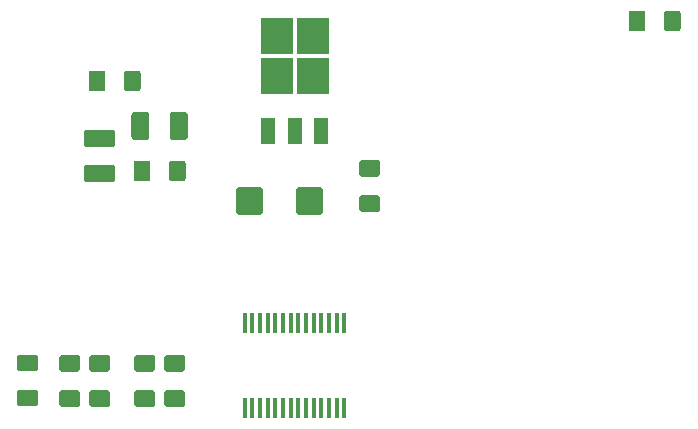
<source format=gbr>
G04 #@! TF.GenerationSoftware,KiCad,Pcbnew,5.1.5+dfsg1-2build2*
G04 #@! TF.CreationDate,2020-09-30T09:27:11+02:00*
G04 #@! TF.ProjectId,Adaptateur,41646170-7461-4746-9575-722e6b696361,rev?*
G04 #@! TF.SameCoordinates,Original*
G04 #@! TF.FileFunction,Paste,Top*
G04 #@! TF.FilePolarity,Positive*
%FSLAX46Y46*%
G04 Gerber Fmt 4.6, Leading zero omitted, Abs format (unit mm)*
G04 Created by KiCad (PCBNEW 5.1.5+dfsg1-2build2) date 2020-09-30 09:27:11*
%MOMM*%
%LPD*%
G04 APERTURE LIST*
%ADD10C,0.100000*%
%ADD11R,0.450000X1.750000*%
%ADD12R,1.200000X2.200000*%
%ADD13R,2.750000X3.050000*%
G04 APERTURE END LIST*
D10*
G36*
X121229504Y-73026204D02*
G01*
X121253773Y-73029804D01*
X121277571Y-73035765D01*
X121300671Y-73044030D01*
X121322849Y-73054520D01*
X121343893Y-73067133D01*
X121363598Y-73081747D01*
X121381777Y-73098223D01*
X121398253Y-73116402D01*
X121412867Y-73136107D01*
X121425480Y-73157151D01*
X121435970Y-73179329D01*
X121444235Y-73202429D01*
X121450196Y-73226227D01*
X121453796Y-73250496D01*
X121455000Y-73275000D01*
X121455000Y-74525000D01*
X121453796Y-74549504D01*
X121450196Y-74573773D01*
X121444235Y-74597571D01*
X121435970Y-74620671D01*
X121425480Y-74642849D01*
X121412867Y-74663893D01*
X121398253Y-74683598D01*
X121381777Y-74701777D01*
X121363598Y-74718253D01*
X121343893Y-74732867D01*
X121322849Y-74745480D01*
X121300671Y-74755970D01*
X121277571Y-74764235D01*
X121253773Y-74770196D01*
X121229504Y-74773796D01*
X121205000Y-74775000D01*
X120280000Y-74775000D01*
X120255496Y-74773796D01*
X120231227Y-74770196D01*
X120207429Y-74764235D01*
X120184329Y-74755970D01*
X120162151Y-74745480D01*
X120141107Y-74732867D01*
X120121402Y-74718253D01*
X120103223Y-74701777D01*
X120086747Y-74683598D01*
X120072133Y-74663893D01*
X120059520Y-74642849D01*
X120049030Y-74620671D01*
X120040765Y-74597571D01*
X120034804Y-74573773D01*
X120031204Y-74549504D01*
X120030000Y-74525000D01*
X120030000Y-73275000D01*
X120031204Y-73250496D01*
X120034804Y-73226227D01*
X120040765Y-73202429D01*
X120049030Y-73179329D01*
X120059520Y-73157151D01*
X120072133Y-73136107D01*
X120086747Y-73116402D01*
X120103223Y-73098223D01*
X120121402Y-73081747D01*
X120141107Y-73067133D01*
X120162151Y-73054520D01*
X120184329Y-73044030D01*
X120207429Y-73035765D01*
X120231227Y-73029804D01*
X120255496Y-73026204D01*
X120280000Y-73025000D01*
X121205000Y-73025000D01*
X121229504Y-73026204D01*
G37*
G36*
X124204504Y-73026204D02*
G01*
X124228773Y-73029804D01*
X124252571Y-73035765D01*
X124275671Y-73044030D01*
X124297849Y-73054520D01*
X124318893Y-73067133D01*
X124338598Y-73081747D01*
X124356777Y-73098223D01*
X124373253Y-73116402D01*
X124387867Y-73136107D01*
X124400480Y-73157151D01*
X124410970Y-73179329D01*
X124419235Y-73202429D01*
X124425196Y-73226227D01*
X124428796Y-73250496D01*
X124430000Y-73275000D01*
X124430000Y-74525000D01*
X124428796Y-74549504D01*
X124425196Y-74573773D01*
X124419235Y-74597571D01*
X124410970Y-74620671D01*
X124400480Y-74642849D01*
X124387867Y-74663893D01*
X124373253Y-74683598D01*
X124356777Y-74701777D01*
X124338598Y-74718253D01*
X124318893Y-74732867D01*
X124297849Y-74745480D01*
X124275671Y-74755970D01*
X124252571Y-74764235D01*
X124228773Y-74770196D01*
X124204504Y-74773796D01*
X124180000Y-74775000D01*
X123255000Y-74775000D01*
X123230496Y-74773796D01*
X123206227Y-74770196D01*
X123182429Y-74764235D01*
X123159329Y-74755970D01*
X123137151Y-74745480D01*
X123116107Y-74732867D01*
X123096402Y-74718253D01*
X123078223Y-74701777D01*
X123061747Y-74683598D01*
X123047133Y-74663893D01*
X123034520Y-74642849D01*
X123024030Y-74620671D01*
X123015765Y-74597571D01*
X123009804Y-74573773D01*
X123006204Y-74549504D01*
X123005000Y-74525000D01*
X123005000Y-73275000D01*
X123006204Y-73250496D01*
X123009804Y-73226227D01*
X123015765Y-73202429D01*
X123024030Y-73179329D01*
X123034520Y-73157151D01*
X123047133Y-73136107D01*
X123061747Y-73116402D01*
X123078223Y-73098223D01*
X123096402Y-73081747D01*
X123116107Y-73067133D01*
X123137151Y-73054520D01*
X123159329Y-73044030D01*
X123182429Y-73035765D01*
X123206227Y-73029804D01*
X123230496Y-73026204D01*
X123255000Y-73025000D01*
X124180000Y-73025000D01*
X124204504Y-73026204D01*
G37*
G36*
X98749504Y-85671204D02*
G01*
X98773773Y-85674804D01*
X98797571Y-85680765D01*
X98820671Y-85689030D01*
X98842849Y-85699520D01*
X98863893Y-85712133D01*
X98883598Y-85726747D01*
X98901777Y-85743223D01*
X98918253Y-85761402D01*
X98932867Y-85781107D01*
X98945480Y-85802151D01*
X98955970Y-85824329D01*
X98964235Y-85847429D01*
X98970196Y-85871227D01*
X98973796Y-85895496D01*
X98975000Y-85920000D01*
X98975000Y-86845000D01*
X98973796Y-86869504D01*
X98970196Y-86893773D01*
X98964235Y-86917571D01*
X98955970Y-86940671D01*
X98945480Y-86962849D01*
X98932867Y-86983893D01*
X98918253Y-87003598D01*
X98901777Y-87021777D01*
X98883598Y-87038253D01*
X98863893Y-87052867D01*
X98842849Y-87065480D01*
X98820671Y-87075970D01*
X98797571Y-87084235D01*
X98773773Y-87090196D01*
X98749504Y-87093796D01*
X98725000Y-87095000D01*
X97475000Y-87095000D01*
X97450496Y-87093796D01*
X97426227Y-87090196D01*
X97402429Y-87084235D01*
X97379329Y-87075970D01*
X97357151Y-87065480D01*
X97336107Y-87052867D01*
X97316402Y-87038253D01*
X97298223Y-87021777D01*
X97281747Y-87003598D01*
X97267133Y-86983893D01*
X97254520Y-86962849D01*
X97244030Y-86940671D01*
X97235765Y-86917571D01*
X97229804Y-86893773D01*
X97226204Y-86869504D01*
X97225000Y-86845000D01*
X97225000Y-85920000D01*
X97226204Y-85895496D01*
X97229804Y-85871227D01*
X97235765Y-85847429D01*
X97244030Y-85824329D01*
X97254520Y-85802151D01*
X97267133Y-85781107D01*
X97281747Y-85761402D01*
X97298223Y-85743223D01*
X97316402Y-85726747D01*
X97336107Y-85712133D01*
X97357151Y-85699520D01*
X97379329Y-85689030D01*
X97402429Y-85680765D01*
X97426227Y-85674804D01*
X97450496Y-85671204D01*
X97475000Y-85670000D01*
X98725000Y-85670000D01*
X98749504Y-85671204D01*
G37*
G36*
X98749504Y-88646204D02*
G01*
X98773773Y-88649804D01*
X98797571Y-88655765D01*
X98820671Y-88664030D01*
X98842849Y-88674520D01*
X98863893Y-88687133D01*
X98883598Y-88701747D01*
X98901777Y-88718223D01*
X98918253Y-88736402D01*
X98932867Y-88756107D01*
X98945480Y-88777151D01*
X98955970Y-88799329D01*
X98964235Y-88822429D01*
X98970196Y-88846227D01*
X98973796Y-88870496D01*
X98975000Y-88895000D01*
X98975000Y-89820000D01*
X98973796Y-89844504D01*
X98970196Y-89868773D01*
X98964235Y-89892571D01*
X98955970Y-89915671D01*
X98945480Y-89937849D01*
X98932867Y-89958893D01*
X98918253Y-89978598D01*
X98901777Y-89996777D01*
X98883598Y-90013253D01*
X98863893Y-90027867D01*
X98842849Y-90040480D01*
X98820671Y-90050970D01*
X98797571Y-90059235D01*
X98773773Y-90065196D01*
X98749504Y-90068796D01*
X98725000Y-90070000D01*
X97475000Y-90070000D01*
X97450496Y-90068796D01*
X97426227Y-90065196D01*
X97402429Y-90059235D01*
X97379329Y-90050970D01*
X97357151Y-90040480D01*
X97336107Y-90027867D01*
X97316402Y-90013253D01*
X97298223Y-89996777D01*
X97281747Y-89978598D01*
X97267133Y-89958893D01*
X97254520Y-89937849D01*
X97244030Y-89915671D01*
X97235765Y-89892571D01*
X97229804Y-89868773D01*
X97226204Y-89844504D01*
X97225000Y-89820000D01*
X97225000Y-88895000D01*
X97226204Y-88870496D01*
X97229804Y-88846227D01*
X97235765Y-88822429D01*
X97244030Y-88799329D01*
X97254520Y-88777151D01*
X97267133Y-88756107D01*
X97281747Y-88736402D01*
X97298223Y-88718223D01*
X97316402Y-88701747D01*
X97336107Y-88687133D01*
X97357151Y-88674520D01*
X97379329Y-88664030D01*
X97402429Y-88655765D01*
X97426227Y-88649804D01*
X97450496Y-88646204D01*
X97475000Y-88645000D01*
X98725000Y-88645000D01*
X98749504Y-88646204D01*
G37*
G36*
X82469504Y-81616204D02*
G01*
X82493773Y-81619804D01*
X82517571Y-81625765D01*
X82540671Y-81634030D01*
X82562849Y-81644520D01*
X82583893Y-81657133D01*
X82603598Y-81671747D01*
X82621777Y-81688223D01*
X82638253Y-81706402D01*
X82652867Y-81726107D01*
X82665480Y-81747151D01*
X82675970Y-81769329D01*
X82684235Y-81792429D01*
X82690196Y-81816227D01*
X82693796Y-81840496D01*
X82695000Y-81865000D01*
X82695000Y-83715000D01*
X82693796Y-83739504D01*
X82690196Y-83763773D01*
X82684235Y-83787571D01*
X82675970Y-83810671D01*
X82665480Y-83832849D01*
X82652867Y-83853893D01*
X82638253Y-83873598D01*
X82621777Y-83891777D01*
X82603598Y-83908253D01*
X82583893Y-83922867D01*
X82562849Y-83935480D01*
X82540671Y-83945970D01*
X82517571Y-83954235D01*
X82493773Y-83960196D01*
X82469504Y-83963796D01*
X82445000Y-83965000D01*
X81445000Y-83965000D01*
X81420496Y-83963796D01*
X81396227Y-83960196D01*
X81372429Y-83954235D01*
X81349329Y-83945970D01*
X81327151Y-83935480D01*
X81306107Y-83922867D01*
X81286402Y-83908253D01*
X81268223Y-83891777D01*
X81251747Y-83873598D01*
X81237133Y-83853893D01*
X81224520Y-83832849D01*
X81214030Y-83810671D01*
X81205765Y-83787571D01*
X81199804Y-83763773D01*
X81196204Y-83739504D01*
X81195000Y-83715000D01*
X81195000Y-81865000D01*
X81196204Y-81840496D01*
X81199804Y-81816227D01*
X81205765Y-81792429D01*
X81214030Y-81769329D01*
X81224520Y-81747151D01*
X81237133Y-81726107D01*
X81251747Y-81706402D01*
X81268223Y-81688223D01*
X81286402Y-81671747D01*
X81306107Y-81657133D01*
X81327151Y-81644520D01*
X81349329Y-81634030D01*
X81372429Y-81625765D01*
X81396227Y-81619804D01*
X81420496Y-81616204D01*
X81445000Y-81615000D01*
X82445000Y-81615000D01*
X82469504Y-81616204D01*
G37*
G36*
X79219504Y-81616204D02*
G01*
X79243773Y-81619804D01*
X79267571Y-81625765D01*
X79290671Y-81634030D01*
X79312849Y-81644520D01*
X79333893Y-81657133D01*
X79353598Y-81671747D01*
X79371777Y-81688223D01*
X79388253Y-81706402D01*
X79402867Y-81726107D01*
X79415480Y-81747151D01*
X79425970Y-81769329D01*
X79434235Y-81792429D01*
X79440196Y-81816227D01*
X79443796Y-81840496D01*
X79445000Y-81865000D01*
X79445000Y-83715000D01*
X79443796Y-83739504D01*
X79440196Y-83763773D01*
X79434235Y-83787571D01*
X79425970Y-83810671D01*
X79415480Y-83832849D01*
X79402867Y-83853893D01*
X79388253Y-83873598D01*
X79371777Y-83891777D01*
X79353598Y-83908253D01*
X79333893Y-83922867D01*
X79312849Y-83935480D01*
X79290671Y-83945970D01*
X79267571Y-83954235D01*
X79243773Y-83960196D01*
X79219504Y-83963796D01*
X79195000Y-83965000D01*
X78195000Y-83965000D01*
X78170496Y-83963796D01*
X78146227Y-83960196D01*
X78122429Y-83954235D01*
X78099329Y-83945970D01*
X78077151Y-83935480D01*
X78056107Y-83922867D01*
X78036402Y-83908253D01*
X78018223Y-83891777D01*
X78001747Y-83873598D01*
X77987133Y-83853893D01*
X77974520Y-83832849D01*
X77964030Y-83810671D01*
X77955765Y-83787571D01*
X77949804Y-83763773D01*
X77946204Y-83739504D01*
X77945000Y-83715000D01*
X77945000Y-81865000D01*
X77946204Y-81840496D01*
X77949804Y-81816227D01*
X77955765Y-81792429D01*
X77964030Y-81769329D01*
X77974520Y-81747151D01*
X77987133Y-81726107D01*
X78001747Y-81706402D01*
X78018223Y-81688223D01*
X78036402Y-81671747D01*
X78056107Y-81657133D01*
X78077151Y-81644520D01*
X78099329Y-81634030D01*
X78122429Y-81625765D01*
X78146227Y-81619804D01*
X78170496Y-81616204D01*
X78195000Y-81615000D01*
X79195000Y-81615000D01*
X79219504Y-81616204D01*
G37*
G36*
X78484504Y-78106204D02*
G01*
X78508773Y-78109804D01*
X78532571Y-78115765D01*
X78555671Y-78124030D01*
X78577849Y-78134520D01*
X78598893Y-78147133D01*
X78618598Y-78161747D01*
X78636777Y-78178223D01*
X78653253Y-78196402D01*
X78667867Y-78216107D01*
X78680480Y-78237151D01*
X78690970Y-78259329D01*
X78699235Y-78282429D01*
X78705196Y-78306227D01*
X78708796Y-78330496D01*
X78710000Y-78355000D01*
X78710000Y-79605000D01*
X78708796Y-79629504D01*
X78705196Y-79653773D01*
X78699235Y-79677571D01*
X78690970Y-79700671D01*
X78680480Y-79722849D01*
X78667867Y-79743893D01*
X78653253Y-79763598D01*
X78636777Y-79781777D01*
X78618598Y-79798253D01*
X78598893Y-79812867D01*
X78577849Y-79825480D01*
X78555671Y-79835970D01*
X78532571Y-79844235D01*
X78508773Y-79850196D01*
X78484504Y-79853796D01*
X78460000Y-79855000D01*
X77535000Y-79855000D01*
X77510496Y-79853796D01*
X77486227Y-79850196D01*
X77462429Y-79844235D01*
X77439329Y-79835970D01*
X77417151Y-79825480D01*
X77396107Y-79812867D01*
X77376402Y-79798253D01*
X77358223Y-79781777D01*
X77341747Y-79763598D01*
X77327133Y-79743893D01*
X77314520Y-79722849D01*
X77304030Y-79700671D01*
X77295765Y-79677571D01*
X77289804Y-79653773D01*
X77286204Y-79629504D01*
X77285000Y-79605000D01*
X77285000Y-78355000D01*
X77286204Y-78330496D01*
X77289804Y-78306227D01*
X77295765Y-78282429D01*
X77304030Y-78259329D01*
X77314520Y-78237151D01*
X77327133Y-78216107D01*
X77341747Y-78196402D01*
X77358223Y-78178223D01*
X77376402Y-78161747D01*
X77396107Y-78147133D01*
X77417151Y-78134520D01*
X77439329Y-78124030D01*
X77462429Y-78115765D01*
X77486227Y-78109804D01*
X77510496Y-78106204D01*
X77535000Y-78105000D01*
X78460000Y-78105000D01*
X78484504Y-78106204D01*
G37*
G36*
X75509504Y-78106204D02*
G01*
X75533773Y-78109804D01*
X75557571Y-78115765D01*
X75580671Y-78124030D01*
X75602849Y-78134520D01*
X75623893Y-78147133D01*
X75643598Y-78161747D01*
X75661777Y-78178223D01*
X75678253Y-78196402D01*
X75692867Y-78216107D01*
X75705480Y-78237151D01*
X75715970Y-78259329D01*
X75724235Y-78282429D01*
X75730196Y-78306227D01*
X75733796Y-78330496D01*
X75735000Y-78355000D01*
X75735000Y-79605000D01*
X75733796Y-79629504D01*
X75730196Y-79653773D01*
X75724235Y-79677571D01*
X75715970Y-79700671D01*
X75705480Y-79722849D01*
X75692867Y-79743893D01*
X75678253Y-79763598D01*
X75661777Y-79781777D01*
X75643598Y-79798253D01*
X75623893Y-79812867D01*
X75602849Y-79825480D01*
X75580671Y-79835970D01*
X75557571Y-79844235D01*
X75533773Y-79850196D01*
X75509504Y-79853796D01*
X75485000Y-79855000D01*
X74560000Y-79855000D01*
X74535496Y-79853796D01*
X74511227Y-79850196D01*
X74487429Y-79844235D01*
X74464329Y-79835970D01*
X74442151Y-79825480D01*
X74421107Y-79812867D01*
X74401402Y-79798253D01*
X74383223Y-79781777D01*
X74366747Y-79763598D01*
X74352133Y-79743893D01*
X74339520Y-79722849D01*
X74329030Y-79700671D01*
X74320765Y-79677571D01*
X74314804Y-79653773D01*
X74311204Y-79629504D01*
X74310000Y-79605000D01*
X74310000Y-78355000D01*
X74311204Y-78330496D01*
X74314804Y-78306227D01*
X74320765Y-78282429D01*
X74329030Y-78259329D01*
X74339520Y-78237151D01*
X74352133Y-78216107D01*
X74366747Y-78196402D01*
X74383223Y-78178223D01*
X74401402Y-78161747D01*
X74421107Y-78147133D01*
X74442151Y-78134520D01*
X74464329Y-78124030D01*
X74487429Y-78115765D01*
X74511227Y-78109804D01*
X74535496Y-78106204D01*
X74560000Y-78105000D01*
X75485000Y-78105000D01*
X75509504Y-78106204D01*
G37*
G36*
X82294504Y-85726204D02*
G01*
X82318773Y-85729804D01*
X82342571Y-85735765D01*
X82365671Y-85744030D01*
X82387849Y-85754520D01*
X82408893Y-85767133D01*
X82428598Y-85781747D01*
X82446777Y-85798223D01*
X82463253Y-85816402D01*
X82477867Y-85836107D01*
X82490480Y-85857151D01*
X82500970Y-85879329D01*
X82509235Y-85902429D01*
X82515196Y-85926227D01*
X82518796Y-85950496D01*
X82520000Y-85975000D01*
X82520000Y-87225000D01*
X82518796Y-87249504D01*
X82515196Y-87273773D01*
X82509235Y-87297571D01*
X82500970Y-87320671D01*
X82490480Y-87342849D01*
X82477867Y-87363893D01*
X82463253Y-87383598D01*
X82446777Y-87401777D01*
X82428598Y-87418253D01*
X82408893Y-87432867D01*
X82387849Y-87445480D01*
X82365671Y-87455970D01*
X82342571Y-87464235D01*
X82318773Y-87470196D01*
X82294504Y-87473796D01*
X82270000Y-87475000D01*
X81345000Y-87475000D01*
X81320496Y-87473796D01*
X81296227Y-87470196D01*
X81272429Y-87464235D01*
X81249329Y-87455970D01*
X81227151Y-87445480D01*
X81206107Y-87432867D01*
X81186402Y-87418253D01*
X81168223Y-87401777D01*
X81151747Y-87383598D01*
X81137133Y-87363893D01*
X81124520Y-87342849D01*
X81114030Y-87320671D01*
X81105765Y-87297571D01*
X81099804Y-87273773D01*
X81096204Y-87249504D01*
X81095000Y-87225000D01*
X81095000Y-85975000D01*
X81096204Y-85950496D01*
X81099804Y-85926227D01*
X81105765Y-85902429D01*
X81114030Y-85879329D01*
X81124520Y-85857151D01*
X81137133Y-85836107D01*
X81151747Y-85816402D01*
X81168223Y-85798223D01*
X81186402Y-85781747D01*
X81206107Y-85767133D01*
X81227151Y-85754520D01*
X81249329Y-85744030D01*
X81272429Y-85735765D01*
X81296227Y-85729804D01*
X81320496Y-85726204D01*
X81345000Y-85725000D01*
X82270000Y-85725000D01*
X82294504Y-85726204D01*
G37*
G36*
X79319504Y-85726204D02*
G01*
X79343773Y-85729804D01*
X79367571Y-85735765D01*
X79390671Y-85744030D01*
X79412849Y-85754520D01*
X79433893Y-85767133D01*
X79453598Y-85781747D01*
X79471777Y-85798223D01*
X79488253Y-85816402D01*
X79502867Y-85836107D01*
X79515480Y-85857151D01*
X79525970Y-85879329D01*
X79534235Y-85902429D01*
X79540196Y-85926227D01*
X79543796Y-85950496D01*
X79545000Y-85975000D01*
X79545000Y-87225000D01*
X79543796Y-87249504D01*
X79540196Y-87273773D01*
X79534235Y-87297571D01*
X79525970Y-87320671D01*
X79515480Y-87342849D01*
X79502867Y-87363893D01*
X79488253Y-87383598D01*
X79471777Y-87401777D01*
X79453598Y-87418253D01*
X79433893Y-87432867D01*
X79412849Y-87445480D01*
X79390671Y-87455970D01*
X79367571Y-87464235D01*
X79343773Y-87470196D01*
X79319504Y-87473796D01*
X79295000Y-87475000D01*
X78370000Y-87475000D01*
X78345496Y-87473796D01*
X78321227Y-87470196D01*
X78297429Y-87464235D01*
X78274329Y-87455970D01*
X78252151Y-87445480D01*
X78231107Y-87432867D01*
X78211402Y-87418253D01*
X78193223Y-87401777D01*
X78176747Y-87383598D01*
X78162133Y-87363893D01*
X78149520Y-87342849D01*
X78139030Y-87320671D01*
X78130765Y-87297571D01*
X78124804Y-87273773D01*
X78121204Y-87249504D01*
X78120000Y-87225000D01*
X78120000Y-85975000D01*
X78121204Y-85950496D01*
X78124804Y-85926227D01*
X78130765Y-85902429D01*
X78139030Y-85879329D01*
X78149520Y-85857151D01*
X78162133Y-85836107D01*
X78176747Y-85816402D01*
X78193223Y-85798223D01*
X78211402Y-85781747D01*
X78231107Y-85767133D01*
X78252151Y-85754520D01*
X78274329Y-85744030D01*
X78297429Y-85735765D01*
X78321227Y-85729804D01*
X78345496Y-85726204D01*
X78370000Y-85725000D01*
X79295000Y-85725000D01*
X79319504Y-85726204D01*
G37*
D11*
X87525000Y-106710000D03*
X88175000Y-106710000D03*
X88825000Y-106710000D03*
X89475000Y-106710000D03*
X90125000Y-106710000D03*
X90775000Y-106710000D03*
X91425000Y-106710000D03*
X92075000Y-106710000D03*
X92725000Y-106710000D03*
X93375000Y-106710000D03*
X94025000Y-106710000D03*
X94675000Y-106710000D03*
X95325000Y-106710000D03*
X95975000Y-106710000D03*
X95975000Y-99510000D03*
X95325000Y-99510000D03*
X94675000Y-99510000D03*
X94025000Y-99510000D03*
X93375000Y-99510000D03*
X92725000Y-99510000D03*
X92075000Y-99510000D03*
X91425000Y-99510000D03*
X90775000Y-99510000D03*
X90125000Y-99510000D03*
X89475000Y-99510000D03*
X88825000Y-99510000D03*
X88175000Y-99510000D03*
X87525000Y-99510000D03*
D10*
G36*
X93929505Y-87966204D02*
G01*
X93953773Y-87969804D01*
X93977572Y-87975765D01*
X94000671Y-87984030D01*
X94022850Y-87994520D01*
X94043893Y-88007132D01*
X94063599Y-88021747D01*
X94081777Y-88038223D01*
X94098253Y-88056401D01*
X94112868Y-88076107D01*
X94125480Y-88097150D01*
X94135970Y-88119329D01*
X94144235Y-88142428D01*
X94150196Y-88166227D01*
X94153796Y-88190495D01*
X94155000Y-88214999D01*
X94155000Y-90065001D01*
X94153796Y-90089505D01*
X94150196Y-90113773D01*
X94144235Y-90137572D01*
X94135970Y-90160671D01*
X94125480Y-90182850D01*
X94112868Y-90203893D01*
X94098253Y-90223599D01*
X94081777Y-90241777D01*
X94063599Y-90258253D01*
X94043893Y-90272868D01*
X94022850Y-90285480D01*
X94000671Y-90295970D01*
X93977572Y-90304235D01*
X93953773Y-90310196D01*
X93929505Y-90313796D01*
X93905001Y-90315000D01*
X92154999Y-90315000D01*
X92130495Y-90313796D01*
X92106227Y-90310196D01*
X92082428Y-90304235D01*
X92059329Y-90295970D01*
X92037150Y-90285480D01*
X92016107Y-90272868D01*
X91996401Y-90258253D01*
X91978223Y-90241777D01*
X91961747Y-90223599D01*
X91947132Y-90203893D01*
X91934520Y-90182850D01*
X91924030Y-90160671D01*
X91915765Y-90137572D01*
X91909804Y-90113773D01*
X91906204Y-90089505D01*
X91905000Y-90065001D01*
X91905000Y-88214999D01*
X91906204Y-88190495D01*
X91909804Y-88166227D01*
X91915765Y-88142428D01*
X91924030Y-88119329D01*
X91934520Y-88097150D01*
X91947132Y-88076107D01*
X91961747Y-88056401D01*
X91978223Y-88038223D01*
X91996401Y-88021747D01*
X92016107Y-88007132D01*
X92037150Y-87994520D01*
X92059329Y-87984030D01*
X92082428Y-87975765D01*
X92106227Y-87969804D01*
X92130495Y-87966204D01*
X92154999Y-87965000D01*
X93905001Y-87965000D01*
X93929505Y-87966204D01*
G37*
G36*
X88829505Y-87966204D02*
G01*
X88853773Y-87969804D01*
X88877572Y-87975765D01*
X88900671Y-87984030D01*
X88922850Y-87994520D01*
X88943893Y-88007132D01*
X88963599Y-88021747D01*
X88981777Y-88038223D01*
X88998253Y-88056401D01*
X89012868Y-88076107D01*
X89025480Y-88097150D01*
X89035970Y-88119329D01*
X89044235Y-88142428D01*
X89050196Y-88166227D01*
X89053796Y-88190495D01*
X89055000Y-88214999D01*
X89055000Y-90065001D01*
X89053796Y-90089505D01*
X89050196Y-90113773D01*
X89044235Y-90137572D01*
X89035970Y-90160671D01*
X89025480Y-90182850D01*
X89012868Y-90203893D01*
X88998253Y-90223599D01*
X88981777Y-90241777D01*
X88963599Y-90258253D01*
X88943893Y-90272868D01*
X88922850Y-90285480D01*
X88900671Y-90295970D01*
X88877572Y-90304235D01*
X88853773Y-90310196D01*
X88829505Y-90313796D01*
X88805001Y-90315000D01*
X87054999Y-90315000D01*
X87030495Y-90313796D01*
X87006227Y-90310196D01*
X86982428Y-90304235D01*
X86959329Y-90295970D01*
X86937150Y-90285480D01*
X86916107Y-90272868D01*
X86896401Y-90258253D01*
X86878223Y-90241777D01*
X86861747Y-90223599D01*
X86847132Y-90203893D01*
X86834520Y-90182850D01*
X86824030Y-90160671D01*
X86815765Y-90137572D01*
X86809804Y-90113773D01*
X86806204Y-90089505D01*
X86805000Y-90065001D01*
X86805000Y-88214999D01*
X86806204Y-88190495D01*
X86809804Y-88166227D01*
X86815765Y-88142428D01*
X86824030Y-88119329D01*
X86834520Y-88097150D01*
X86847132Y-88076107D01*
X86861747Y-88056401D01*
X86878223Y-88038223D01*
X86896401Y-88021747D01*
X86916107Y-88007132D01*
X86937150Y-87994520D01*
X86959329Y-87984030D01*
X86982428Y-87975765D01*
X87006227Y-87969804D01*
X87030495Y-87966204D01*
X87054999Y-87965000D01*
X88805001Y-87965000D01*
X88829505Y-87966204D01*
G37*
G36*
X73349504Y-102181204D02*
G01*
X73373773Y-102184804D01*
X73397571Y-102190765D01*
X73420671Y-102199030D01*
X73442849Y-102209520D01*
X73463893Y-102222133D01*
X73483598Y-102236747D01*
X73501777Y-102253223D01*
X73518253Y-102271402D01*
X73532867Y-102291107D01*
X73545480Y-102312151D01*
X73555970Y-102334329D01*
X73564235Y-102357429D01*
X73570196Y-102381227D01*
X73573796Y-102405496D01*
X73575000Y-102430000D01*
X73575000Y-103355000D01*
X73573796Y-103379504D01*
X73570196Y-103403773D01*
X73564235Y-103427571D01*
X73555970Y-103450671D01*
X73545480Y-103472849D01*
X73532867Y-103493893D01*
X73518253Y-103513598D01*
X73501777Y-103531777D01*
X73483598Y-103548253D01*
X73463893Y-103562867D01*
X73442849Y-103575480D01*
X73420671Y-103585970D01*
X73397571Y-103594235D01*
X73373773Y-103600196D01*
X73349504Y-103603796D01*
X73325000Y-103605000D01*
X72075000Y-103605000D01*
X72050496Y-103603796D01*
X72026227Y-103600196D01*
X72002429Y-103594235D01*
X71979329Y-103585970D01*
X71957151Y-103575480D01*
X71936107Y-103562867D01*
X71916402Y-103548253D01*
X71898223Y-103531777D01*
X71881747Y-103513598D01*
X71867133Y-103493893D01*
X71854520Y-103472849D01*
X71844030Y-103450671D01*
X71835765Y-103427571D01*
X71829804Y-103403773D01*
X71826204Y-103379504D01*
X71825000Y-103355000D01*
X71825000Y-102430000D01*
X71826204Y-102405496D01*
X71829804Y-102381227D01*
X71835765Y-102357429D01*
X71844030Y-102334329D01*
X71854520Y-102312151D01*
X71867133Y-102291107D01*
X71881747Y-102271402D01*
X71898223Y-102253223D01*
X71916402Y-102236747D01*
X71936107Y-102222133D01*
X71957151Y-102209520D01*
X71979329Y-102199030D01*
X72002429Y-102190765D01*
X72026227Y-102184804D01*
X72050496Y-102181204D01*
X72075000Y-102180000D01*
X73325000Y-102180000D01*
X73349504Y-102181204D01*
G37*
G36*
X73349504Y-105156204D02*
G01*
X73373773Y-105159804D01*
X73397571Y-105165765D01*
X73420671Y-105174030D01*
X73442849Y-105184520D01*
X73463893Y-105197133D01*
X73483598Y-105211747D01*
X73501777Y-105228223D01*
X73518253Y-105246402D01*
X73532867Y-105266107D01*
X73545480Y-105287151D01*
X73555970Y-105309329D01*
X73564235Y-105332429D01*
X73570196Y-105356227D01*
X73573796Y-105380496D01*
X73575000Y-105405000D01*
X73575000Y-106330000D01*
X73573796Y-106354504D01*
X73570196Y-106378773D01*
X73564235Y-106402571D01*
X73555970Y-106425671D01*
X73545480Y-106447849D01*
X73532867Y-106468893D01*
X73518253Y-106488598D01*
X73501777Y-106506777D01*
X73483598Y-106523253D01*
X73463893Y-106537867D01*
X73442849Y-106550480D01*
X73420671Y-106560970D01*
X73397571Y-106569235D01*
X73373773Y-106575196D01*
X73349504Y-106578796D01*
X73325000Y-106580000D01*
X72075000Y-106580000D01*
X72050496Y-106578796D01*
X72026227Y-106575196D01*
X72002429Y-106569235D01*
X71979329Y-106560970D01*
X71957151Y-106550480D01*
X71936107Y-106537867D01*
X71916402Y-106523253D01*
X71898223Y-106506777D01*
X71881747Y-106488598D01*
X71867133Y-106468893D01*
X71854520Y-106447849D01*
X71844030Y-106425671D01*
X71835765Y-106402571D01*
X71829804Y-106378773D01*
X71826204Y-106354504D01*
X71825000Y-106330000D01*
X71825000Y-105405000D01*
X71826204Y-105380496D01*
X71829804Y-105356227D01*
X71835765Y-105332429D01*
X71844030Y-105309329D01*
X71854520Y-105287151D01*
X71867133Y-105266107D01*
X71881747Y-105246402D01*
X71898223Y-105228223D01*
X71916402Y-105211747D01*
X71936107Y-105197133D01*
X71957151Y-105184520D01*
X71979329Y-105174030D01*
X72002429Y-105165765D01*
X72026227Y-105159804D01*
X72050496Y-105156204D01*
X72075000Y-105155000D01*
X73325000Y-105155000D01*
X73349504Y-105156204D01*
G37*
G36*
X79699504Y-105156204D02*
G01*
X79723773Y-105159804D01*
X79747571Y-105165765D01*
X79770671Y-105174030D01*
X79792849Y-105184520D01*
X79813893Y-105197133D01*
X79833598Y-105211747D01*
X79851777Y-105228223D01*
X79868253Y-105246402D01*
X79882867Y-105266107D01*
X79895480Y-105287151D01*
X79905970Y-105309329D01*
X79914235Y-105332429D01*
X79920196Y-105356227D01*
X79923796Y-105380496D01*
X79925000Y-105405000D01*
X79925000Y-106330000D01*
X79923796Y-106354504D01*
X79920196Y-106378773D01*
X79914235Y-106402571D01*
X79905970Y-106425671D01*
X79895480Y-106447849D01*
X79882867Y-106468893D01*
X79868253Y-106488598D01*
X79851777Y-106506777D01*
X79833598Y-106523253D01*
X79813893Y-106537867D01*
X79792849Y-106550480D01*
X79770671Y-106560970D01*
X79747571Y-106569235D01*
X79723773Y-106575196D01*
X79699504Y-106578796D01*
X79675000Y-106580000D01*
X78425000Y-106580000D01*
X78400496Y-106578796D01*
X78376227Y-106575196D01*
X78352429Y-106569235D01*
X78329329Y-106560970D01*
X78307151Y-106550480D01*
X78286107Y-106537867D01*
X78266402Y-106523253D01*
X78248223Y-106506777D01*
X78231747Y-106488598D01*
X78217133Y-106468893D01*
X78204520Y-106447849D01*
X78194030Y-106425671D01*
X78185765Y-106402571D01*
X78179804Y-106378773D01*
X78176204Y-106354504D01*
X78175000Y-106330000D01*
X78175000Y-105405000D01*
X78176204Y-105380496D01*
X78179804Y-105356227D01*
X78185765Y-105332429D01*
X78194030Y-105309329D01*
X78204520Y-105287151D01*
X78217133Y-105266107D01*
X78231747Y-105246402D01*
X78248223Y-105228223D01*
X78266402Y-105211747D01*
X78286107Y-105197133D01*
X78307151Y-105184520D01*
X78329329Y-105174030D01*
X78352429Y-105165765D01*
X78376227Y-105159804D01*
X78400496Y-105156204D01*
X78425000Y-105155000D01*
X79675000Y-105155000D01*
X79699504Y-105156204D01*
G37*
G36*
X79699504Y-102181204D02*
G01*
X79723773Y-102184804D01*
X79747571Y-102190765D01*
X79770671Y-102199030D01*
X79792849Y-102209520D01*
X79813893Y-102222133D01*
X79833598Y-102236747D01*
X79851777Y-102253223D01*
X79868253Y-102271402D01*
X79882867Y-102291107D01*
X79895480Y-102312151D01*
X79905970Y-102334329D01*
X79914235Y-102357429D01*
X79920196Y-102381227D01*
X79923796Y-102405496D01*
X79925000Y-102430000D01*
X79925000Y-103355000D01*
X79923796Y-103379504D01*
X79920196Y-103403773D01*
X79914235Y-103427571D01*
X79905970Y-103450671D01*
X79895480Y-103472849D01*
X79882867Y-103493893D01*
X79868253Y-103513598D01*
X79851777Y-103531777D01*
X79833598Y-103548253D01*
X79813893Y-103562867D01*
X79792849Y-103575480D01*
X79770671Y-103585970D01*
X79747571Y-103594235D01*
X79723773Y-103600196D01*
X79699504Y-103603796D01*
X79675000Y-103605000D01*
X78425000Y-103605000D01*
X78400496Y-103603796D01*
X78376227Y-103600196D01*
X78352429Y-103594235D01*
X78329329Y-103585970D01*
X78307151Y-103575480D01*
X78286107Y-103562867D01*
X78266402Y-103548253D01*
X78248223Y-103531777D01*
X78231747Y-103513598D01*
X78217133Y-103493893D01*
X78204520Y-103472849D01*
X78194030Y-103450671D01*
X78185765Y-103427571D01*
X78179804Y-103403773D01*
X78176204Y-103379504D01*
X78175000Y-103355000D01*
X78175000Y-102430000D01*
X78176204Y-102405496D01*
X78179804Y-102381227D01*
X78185765Y-102357429D01*
X78194030Y-102334329D01*
X78204520Y-102312151D01*
X78217133Y-102291107D01*
X78231747Y-102271402D01*
X78248223Y-102253223D01*
X78266402Y-102236747D01*
X78286107Y-102222133D01*
X78307151Y-102209520D01*
X78329329Y-102199030D01*
X78352429Y-102190765D01*
X78376227Y-102184804D01*
X78400496Y-102181204D01*
X78425000Y-102180000D01*
X79675000Y-102180000D01*
X79699504Y-102181204D01*
G37*
G36*
X76339504Y-83131204D02*
G01*
X76363773Y-83134804D01*
X76387571Y-83140765D01*
X76410671Y-83149030D01*
X76432849Y-83159520D01*
X76453893Y-83172133D01*
X76473598Y-83186747D01*
X76491777Y-83203223D01*
X76508253Y-83221402D01*
X76522867Y-83241107D01*
X76535480Y-83262151D01*
X76545970Y-83284329D01*
X76554235Y-83307429D01*
X76560196Y-83331227D01*
X76563796Y-83355496D01*
X76565000Y-83380000D01*
X76565000Y-84305000D01*
X76563796Y-84329504D01*
X76560196Y-84353773D01*
X76554235Y-84377571D01*
X76545970Y-84400671D01*
X76535480Y-84422849D01*
X76522867Y-84443893D01*
X76508253Y-84463598D01*
X76491777Y-84481777D01*
X76473598Y-84498253D01*
X76453893Y-84512867D01*
X76432849Y-84525480D01*
X76410671Y-84535970D01*
X76387571Y-84544235D01*
X76363773Y-84550196D01*
X76339504Y-84553796D01*
X76315000Y-84555000D01*
X74165000Y-84555000D01*
X74140496Y-84553796D01*
X74116227Y-84550196D01*
X74092429Y-84544235D01*
X74069329Y-84535970D01*
X74047151Y-84525480D01*
X74026107Y-84512867D01*
X74006402Y-84498253D01*
X73988223Y-84481777D01*
X73971747Y-84463598D01*
X73957133Y-84443893D01*
X73944520Y-84422849D01*
X73934030Y-84400671D01*
X73925765Y-84377571D01*
X73919804Y-84353773D01*
X73916204Y-84329504D01*
X73915000Y-84305000D01*
X73915000Y-83380000D01*
X73916204Y-83355496D01*
X73919804Y-83331227D01*
X73925765Y-83307429D01*
X73934030Y-83284329D01*
X73944520Y-83262151D01*
X73957133Y-83241107D01*
X73971747Y-83221402D01*
X73988223Y-83203223D01*
X74006402Y-83186747D01*
X74026107Y-83172133D01*
X74047151Y-83159520D01*
X74069329Y-83149030D01*
X74092429Y-83140765D01*
X74116227Y-83134804D01*
X74140496Y-83131204D01*
X74165000Y-83130000D01*
X76315000Y-83130000D01*
X76339504Y-83131204D01*
G37*
G36*
X76339504Y-86106204D02*
G01*
X76363773Y-86109804D01*
X76387571Y-86115765D01*
X76410671Y-86124030D01*
X76432849Y-86134520D01*
X76453893Y-86147133D01*
X76473598Y-86161747D01*
X76491777Y-86178223D01*
X76508253Y-86196402D01*
X76522867Y-86216107D01*
X76535480Y-86237151D01*
X76545970Y-86259329D01*
X76554235Y-86282429D01*
X76560196Y-86306227D01*
X76563796Y-86330496D01*
X76565000Y-86355000D01*
X76565000Y-87280000D01*
X76563796Y-87304504D01*
X76560196Y-87328773D01*
X76554235Y-87352571D01*
X76545970Y-87375671D01*
X76535480Y-87397849D01*
X76522867Y-87418893D01*
X76508253Y-87438598D01*
X76491777Y-87456777D01*
X76473598Y-87473253D01*
X76453893Y-87487867D01*
X76432849Y-87500480D01*
X76410671Y-87510970D01*
X76387571Y-87519235D01*
X76363773Y-87525196D01*
X76339504Y-87528796D01*
X76315000Y-87530000D01*
X74165000Y-87530000D01*
X74140496Y-87528796D01*
X74116227Y-87525196D01*
X74092429Y-87519235D01*
X74069329Y-87510970D01*
X74047151Y-87500480D01*
X74026107Y-87487867D01*
X74006402Y-87473253D01*
X73988223Y-87456777D01*
X73971747Y-87438598D01*
X73957133Y-87418893D01*
X73944520Y-87397849D01*
X73934030Y-87375671D01*
X73925765Y-87352571D01*
X73919804Y-87328773D01*
X73916204Y-87304504D01*
X73915000Y-87280000D01*
X73915000Y-86355000D01*
X73916204Y-86330496D01*
X73919804Y-86306227D01*
X73925765Y-86282429D01*
X73934030Y-86259329D01*
X73944520Y-86237151D01*
X73957133Y-86216107D01*
X73971747Y-86196402D01*
X73988223Y-86178223D01*
X74006402Y-86161747D01*
X74026107Y-86147133D01*
X74047151Y-86134520D01*
X74069329Y-86124030D01*
X74092429Y-86115765D01*
X74116227Y-86109804D01*
X74140496Y-86106204D01*
X74165000Y-86105000D01*
X76315000Y-86105000D01*
X76339504Y-86106204D01*
G37*
G36*
X75889504Y-102181204D02*
G01*
X75913773Y-102184804D01*
X75937571Y-102190765D01*
X75960671Y-102199030D01*
X75982849Y-102209520D01*
X76003893Y-102222133D01*
X76023598Y-102236747D01*
X76041777Y-102253223D01*
X76058253Y-102271402D01*
X76072867Y-102291107D01*
X76085480Y-102312151D01*
X76095970Y-102334329D01*
X76104235Y-102357429D01*
X76110196Y-102381227D01*
X76113796Y-102405496D01*
X76115000Y-102430000D01*
X76115000Y-103355000D01*
X76113796Y-103379504D01*
X76110196Y-103403773D01*
X76104235Y-103427571D01*
X76095970Y-103450671D01*
X76085480Y-103472849D01*
X76072867Y-103493893D01*
X76058253Y-103513598D01*
X76041777Y-103531777D01*
X76023598Y-103548253D01*
X76003893Y-103562867D01*
X75982849Y-103575480D01*
X75960671Y-103585970D01*
X75937571Y-103594235D01*
X75913773Y-103600196D01*
X75889504Y-103603796D01*
X75865000Y-103605000D01*
X74615000Y-103605000D01*
X74590496Y-103603796D01*
X74566227Y-103600196D01*
X74542429Y-103594235D01*
X74519329Y-103585970D01*
X74497151Y-103575480D01*
X74476107Y-103562867D01*
X74456402Y-103548253D01*
X74438223Y-103531777D01*
X74421747Y-103513598D01*
X74407133Y-103493893D01*
X74394520Y-103472849D01*
X74384030Y-103450671D01*
X74375765Y-103427571D01*
X74369804Y-103403773D01*
X74366204Y-103379504D01*
X74365000Y-103355000D01*
X74365000Y-102430000D01*
X74366204Y-102405496D01*
X74369804Y-102381227D01*
X74375765Y-102357429D01*
X74384030Y-102334329D01*
X74394520Y-102312151D01*
X74407133Y-102291107D01*
X74421747Y-102271402D01*
X74438223Y-102253223D01*
X74456402Y-102236747D01*
X74476107Y-102222133D01*
X74497151Y-102209520D01*
X74519329Y-102199030D01*
X74542429Y-102190765D01*
X74566227Y-102184804D01*
X74590496Y-102181204D01*
X74615000Y-102180000D01*
X75865000Y-102180000D01*
X75889504Y-102181204D01*
G37*
G36*
X75889504Y-105156204D02*
G01*
X75913773Y-105159804D01*
X75937571Y-105165765D01*
X75960671Y-105174030D01*
X75982849Y-105184520D01*
X76003893Y-105197133D01*
X76023598Y-105211747D01*
X76041777Y-105228223D01*
X76058253Y-105246402D01*
X76072867Y-105266107D01*
X76085480Y-105287151D01*
X76095970Y-105309329D01*
X76104235Y-105332429D01*
X76110196Y-105356227D01*
X76113796Y-105380496D01*
X76115000Y-105405000D01*
X76115000Y-106330000D01*
X76113796Y-106354504D01*
X76110196Y-106378773D01*
X76104235Y-106402571D01*
X76095970Y-106425671D01*
X76085480Y-106447849D01*
X76072867Y-106468893D01*
X76058253Y-106488598D01*
X76041777Y-106506777D01*
X76023598Y-106523253D01*
X76003893Y-106537867D01*
X75982849Y-106550480D01*
X75960671Y-106560970D01*
X75937571Y-106569235D01*
X75913773Y-106575196D01*
X75889504Y-106578796D01*
X75865000Y-106580000D01*
X74615000Y-106580000D01*
X74590496Y-106578796D01*
X74566227Y-106575196D01*
X74542429Y-106569235D01*
X74519329Y-106560970D01*
X74497151Y-106550480D01*
X74476107Y-106537867D01*
X74456402Y-106523253D01*
X74438223Y-106506777D01*
X74421747Y-106488598D01*
X74407133Y-106468893D01*
X74394520Y-106447849D01*
X74384030Y-106425671D01*
X74375765Y-106402571D01*
X74369804Y-106378773D01*
X74366204Y-106354504D01*
X74365000Y-106330000D01*
X74365000Y-105405000D01*
X74366204Y-105380496D01*
X74369804Y-105356227D01*
X74375765Y-105332429D01*
X74384030Y-105309329D01*
X74394520Y-105287151D01*
X74407133Y-105266107D01*
X74421747Y-105246402D01*
X74438223Y-105228223D01*
X74456402Y-105211747D01*
X74476107Y-105197133D01*
X74497151Y-105184520D01*
X74519329Y-105174030D01*
X74542429Y-105165765D01*
X74566227Y-105159804D01*
X74590496Y-105156204D01*
X74615000Y-105155000D01*
X75865000Y-105155000D01*
X75889504Y-105156204D01*
G37*
G36*
X82239504Y-105156204D02*
G01*
X82263773Y-105159804D01*
X82287571Y-105165765D01*
X82310671Y-105174030D01*
X82332849Y-105184520D01*
X82353893Y-105197133D01*
X82373598Y-105211747D01*
X82391777Y-105228223D01*
X82408253Y-105246402D01*
X82422867Y-105266107D01*
X82435480Y-105287151D01*
X82445970Y-105309329D01*
X82454235Y-105332429D01*
X82460196Y-105356227D01*
X82463796Y-105380496D01*
X82465000Y-105405000D01*
X82465000Y-106330000D01*
X82463796Y-106354504D01*
X82460196Y-106378773D01*
X82454235Y-106402571D01*
X82445970Y-106425671D01*
X82435480Y-106447849D01*
X82422867Y-106468893D01*
X82408253Y-106488598D01*
X82391777Y-106506777D01*
X82373598Y-106523253D01*
X82353893Y-106537867D01*
X82332849Y-106550480D01*
X82310671Y-106560970D01*
X82287571Y-106569235D01*
X82263773Y-106575196D01*
X82239504Y-106578796D01*
X82215000Y-106580000D01*
X80965000Y-106580000D01*
X80940496Y-106578796D01*
X80916227Y-106575196D01*
X80892429Y-106569235D01*
X80869329Y-106560970D01*
X80847151Y-106550480D01*
X80826107Y-106537867D01*
X80806402Y-106523253D01*
X80788223Y-106506777D01*
X80771747Y-106488598D01*
X80757133Y-106468893D01*
X80744520Y-106447849D01*
X80734030Y-106425671D01*
X80725765Y-106402571D01*
X80719804Y-106378773D01*
X80716204Y-106354504D01*
X80715000Y-106330000D01*
X80715000Y-105405000D01*
X80716204Y-105380496D01*
X80719804Y-105356227D01*
X80725765Y-105332429D01*
X80734030Y-105309329D01*
X80744520Y-105287151D01*
X80757133Y-105266107D01*
X80771747Y-105246402D01*
X80788223Y-105228223D01*
X80806402Y-105211747D01*
X80826107Y-105197133D01*
X80847151Y-105184520D01*
X80869329Y-105174030D01*
X80892429Y-105165765D01*
X80916227Y-105159804D01*
X80940496Y-105156204D01*
X80965000Y-105155000D01*
X82215000Y-105155000D01*
X82239504Y-105156204D01*
G37*
G36*
X82239504Y-102181204D02*
G01*
X82263773Y-102184804D01*
X82287571Y-102190765D01*
X82310671Y-102199030D01*
X82332849Y-102209520D01*
X82353893Y-102222133D01*
X82373598Y-102236747D01*
X82391777Y-102253223D01*
X82408253Y-102271402D01*
X82422867Y-102291107D01*
X82435480Y-102312151D01*
X82445970Y-102334329D01*
X82454235Y-102357429D01*
X82460196Y-102381227D01*
X82463796Y-102405496D01*
X82465000Y-102430000D01*
X82465000Y-103355000D01*
X82463796Y-103379504D01*
X82460196Y-103403773D01*
X82454235Y-103427571D01*
X82445970Y-103450671D01*
X82435480Y-103472849D01*
X82422867Y-103493893D01*
X82408253Y-103513598D01*
X82391777Y-103531777D01*
X82373598Y-103548253D01*
X82353893Y-103562867D01*
X82332849Y-103575480D01*
X82310671Y-103585970D01*
X82287571Y-103594235D01*
X82263773Y-103600196D01*
X82239504Y-103603796D01*
X82215000Y-103605000D01*
X80965000Y-103605000D01*
X80940496Y-103603796D01*
X80916227Y-103600196D01*
X80892429Y-103594235D01*
X80869329Y-103585970D01*
X80847151Y-103575480D01*
X80826107Y-103562867D01*
X80806402Y-103548253D01*
X80788223Y-103531777D01*
X80771747Y-103513598D01*
X80757133Y-103493893D01*
X80744520Y-103472849D01*
X80734030Y-103450671D01*
X80725765Y-103427571D01*
X80719804Y-103403773D01*
X80716204Y-103379504D01*
X80715000Y-103355000D01*
X80715000Y-102430000D01*
X80716204Y-102405496D01*
X80719804Y-102381227D01*
X80725765Y-102357429D01*
X80734030Y-102334329D01*
X80744520Y-102312151D01*
X80757133Y-102291107D01*
X80771747Y-102271402D01*
X80788223Y-102253223D01*
X80806402Y-102236747D01*
X80826107Y-102222133D01*
X80847151Y-102209520D01*
X80869329Y-102199030D01*
X80892429Y-102190765D01*
X80916227Y-102184804D01*
X80940496Y-102181204D01*
X80965000Y-102180000D01*
X82215000Y-102180000D01*
X82239504Y-102181204D01*
G37*
D12*
X89470000Y-83180000D03*
X91750000Y-83180000D03*
X94030000Y-83180000D03*
D13*
X93275000Y-75205000D03*
X90225000Y-78555000D03*
X90225000Y-75205000D03*
X93275000Y-78555000D03*
D10*
G36*
X69793504Y-102144704D02*
G01*
X69817773Y-102148304D01*
X69841571Y-102154265D01*
X69864671Y-102162530D01*
X69886849Y-102173020D01*
X69907893Y-102185633D01*
X69927598Y-102200247D01*
X69945777Y-102216723D01*
X69962253Y-102234902D01*
X69976867Y-102254607D01*
X69989480Y-102275651D01*
X69999970Y-102297829D01*
X70008235Y-102320929D01*
X70014196Y-102344727D01*
X70017796Y-102368996D01*
X70019000Y-102393500D01*
X70019000Y-103318500D01*
X70017796Y-103343004D01*
X70014196Y-103367273D01*
X70008235Y-103391071D01*
X69999970Y-103414171D01*
X69989480Y-103436349D01*
X69976867Y-103457393D01*
X69962253Y-103477098D01*
X69945777Y-103495277D01*
X69927598Y-103511753D01*
X69907893Y-103526367D01*
X69886849Y-103538980D01*
X69864671Y-103549470D01*
X69841571Y-103557735D01*
X69817773Y-103563696D01*
X69793504Y-103567296D01*
X69769000Y-103568500D01*
X68519000Y-103568500D01*
X68494496Y-103567296D01*
X68470227Y-103563696D01*
X68446429Y-103557735D01*
X68423329Y-103549470D01*
X68401151Y-103538980D01*
X68380107Y-103526367D01*
X68360402Y-103511753D01*
X68342223Y-103495277D01*
X68325747Y-103477098D01*
X68311133Y-103457393D01*
X68298520Y-103436349D01*
X68288030Y-103414171D01*
X68279765Y-103391071D01*
X68273804Y-103367273D01*
X68270204Y-103343004D01*
X68269000Y-103318500D01*
X68269000Y-102393500D01*
X68270204Y-102368996D01*
X68273804Y-102344727D01*
X68279765Y-102320929D01*
X68288030Y-102297829D01*
X68298520Y-102275651D01*
X68311133Y-102254607D01*
X68325747Y-102234902D01*
X68342223Y-102216723D01*
X68360402Y-102200247D01*
X68380107Y-102185633D01*
X68401151Y-102173020D01*
X68423329Y-102162530D01*
X68446429Y-102154265D01*
X68470227Y-102148304D01*
X68494496Y-102144704D01*
X68519000Y-102143500D01*
X69769000Y-102143500D01*
X69793504Y-102144704D01*
G37*
G36*
X69793504Y-105119704D02*
G01*
X69817773Y-105123304D01*
X69841571Y-105129265D01*
X69864671Y-105137530D01*
X69886849Y-105148020D01*
X69907893Y-105160633D01*
X69927598Y-105175247D01*
X69945777Y-105191723D01*
X69962253Y-105209902D01*
X69976867Y-105229607D01*
X69989480Y-105250651D01*
X69999970Y-105272829D01*
X70008235Y-105295929D01*
X70014196Y-105319727D01*
X70017796Y-105343996D01*
X70019000Y-105368500D01*
X70019000Y-106293500D01*
X70017796Y-106318004D01*
X70014196Y-106342273D01*
X70008235Y-106366071D01*
X69999970Y-106389171D01*
X69989480Y-106411349D01*
X69976867Y-106432393D01*
X69962253Y-106452098D01*
X69945777Y-106470277D01*
X69927598Y-106486753D01*
X69907893Y-106501367D01*
X69886849Y-106513980D01*
X69864671Y-106524470D01*
X69841571Y-106532735D01*
X69817773Y-106538696D01*
X69793504Y-106542296D01*
X69769000Y-106543500D01*
X68519000Y-106543500D01*
X68494496Y-106542296D01*
X68470227Y-106538696D01*
X68446429Y-106532735D01*
X68423329Y-106524470D01*
X68401151Y-106513980D01*
X68380107Y-106501367D01*
X68360402Y-106486753D01*
X68342223Y-106470277D01*
X68325747Y-106452098D01*
X68311133Y-106432393D01*
X68298520Y-106411349D01*
X68288030Y-106389171D01*
X68279765Y-106366071D01*
X68273804Y-106342273D01*
X68270204Y-106318004D01*
X68269000Y-106293500D01*
X68269000Y-105368500D01*
X68270204Y-105343996D01*
X68273804Y-105319727D01*
X68279765Y-105295929D01*
X68288030Y-105272829D01*
X68298520Y-105250651D01*
X68311133Y-105229607D01*
X68325747Y-105209902D01*
X68342223Y-105191723D01*
X68360402Y-105175247D01*
X68380107Y-105160633D01*
X68401151Y-105148020D01*
X68423329Y-105137530D01*
X68446429Y-105129265D01*
X68470227Y-105123304D01*
X68494496Y-105119704D01*
X68519000Y-105118500D01*
X69769000Y-105118500D01*
X69793504Y-105119704D01*
G37*
M02*

</source>
